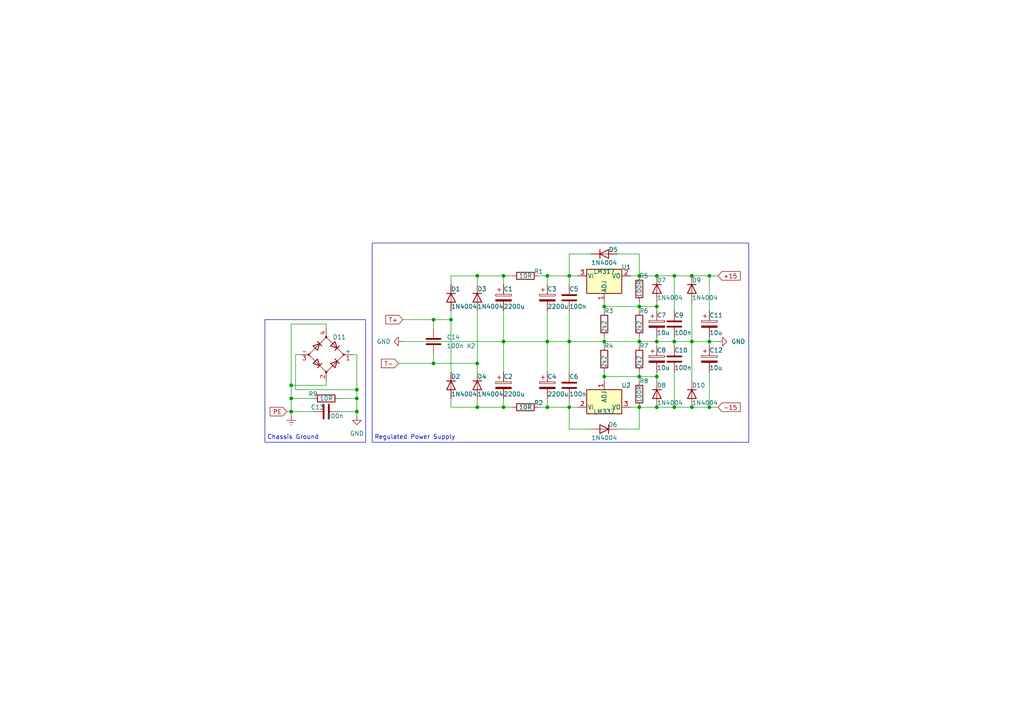
<source format=kicad_sch>
(kicad_sch (version 20230121) (generator eeschema)
  (paper "A4")
  (title_block (title "Regulated Power Supply") (date "2022-08-02") (rev "Rev 1") (company "Flavian Kaufmann"))
  (lib_symbols
    (symbol "Device:C" (pin_numbers hide) (pin_names (offset 0.254))
      (property "Reference" "C" (at 0.635 2.54 0))
      (property "Value" "C" (at 0.635 -2.54 0))
      (symbol "C_0_1"
        (polyline (pts (xy -2.032 -0.762) (xy 2.032 -0.762)) (stroke (width 0.508)))
        (polyline (pts (xy -2.032 0.762) (xy 2.032 0.762)) (stroke (width 0.508)))
      )
      (symbol "C_1_1"
        (pin passive line (at 0 3.81 270) (length 2.794) (name "~") (number "1"))
        (pin passive line (at 0 -3.81 90) (length 2.794) (name "~") (number "2"))
      )
    )
    (symbol "Device:C_Polarized" (pin_numbers hide) (pin_names (offset 0.254))
      (property "Reference" "C" (at 0.635 2.54 0))
      (property "Value" "C_Polarized" (at 0.635 -2.54 0))
      (symbol "C_Polarized_0_1"
        (rectangle (start -2.286 0.508) (end 2.286 1.016))
        (polyline (pts (xy -1.778 2.286) (xy -0.762 2.286)))
        (polyline (pts (xy -1.27 2.794) (xy -1.27 1.778)))
        (rectangle (start 2.286 -0.508) (end -2.286 -1.016) (fill (type outline)))
      )
      (symbol "C_Polarized_1_1"
        (pin passive line (at 0 3.81 270) (length 2.794) (name "~") (number "1"))
        (pin passive line (at 0 -3.81 90) (length 2.794) (name "~") (number "2"))
      )
    )
    (symbol "Device:D" (pin_numbers hide) (pin_names (offset 1.016) hide)
      (property "Reference" "D" (at 0 2.54 0))
      (property "Value" "D" (at 0 -2.54 0))
      (symbol "D_0_1"
        (polyline (pts (xy -1.27 1.27) (xy -1.27 -1.27)) (stroke (width 0.254)))
        (polyline (pts (xy 1.27 0) (xy -1.27 0)))
        (polyline (pts (xy 1.27 1.27) (xy 1.27 -1.27) (xy -1.27 0) (xy 1.27 1.27)) (stroke (width 0.254)))
      )
      (symbol "D_1_1"
        (pin passive line (at -3.81 0 0) (length 2.54) (name "K") (number "1"))
        (pin passive line (at 3.81 0 180) (length 2.54) (name "A") (number "2"))
      )
    )
    (symbol "Device:D_Bridge_+A-A" (pin_names (offset 0))
      (property "Reference" "D" (at 2.54 6.985 0))
      (property "Value" "D_Bridge_+A-A" (at 2.54 5.08 0))
      (symbol "D_Bridge_+A-A_0_1"
        (circle (center -5.08 0) (radius 0.254) (fill (type outline)))
        (circle (center 0 -5.08) (radius 0.254) (fill (type outline)))
        (polyline (pts (xy -2.54 3.81) (xy -1.27 2.54)) (stroke (width 0.254)))
        (polyline (pts (xy -1.27 -2.54) (xy -2.54 -3.81)) (stroke (width 0.254)))
        (polyline (pts (xy 2.54 -1.27) (xy 3.81 -2.54)) (stroke (width 0.254)))
        (polyline (pts (xy 2.54 1.27) (xy 3.81 2.54)) (stroke (width 0.254)))
        (polyline (pts (xy -3.81 2.54) (xy -2.54 1.27) (xy -1.905 3.175) (xy -3.81 2.54)) (stroke (width 0.254)))
        (polyline (pts (xy -2.54 -1.27) (xy -3.81 -2.54) (xy -1.905 -3.175) (xy -2.54 -1.27)) (stroke (width 0.254)))
        (polyline (pts (xy 1.27 2.54) (xy 2.54 3.81) (xy 3.175 1.905) (xy 1.27 2.54)) (stroke (width 0.254)))
        (polyline (pts (xy 3.175 -1.905) (xy 1.27 -2.54) (xy 2.54 -3.81) (xy 3.175 -1.905)) (stroke (width 0.254)))
        (polyline (pts (xy -5.08 0) (xy 0 -5.08) (xy 5.08 0) (xy 0 5.08) (xy -5.08 0)))
        (circle (center 0 5.08) (radius 0.254) (fill (type outline)))
        (circle (center 5.08 0) (radius 0.254) (fill (type outline)))
      )
      (symbol "D_Bridge_+A-A_1_1"
        (pin passive line (at 7.62 0 180) (length 2.54) (name "+") (number "1"))
        (pin passive line (at 0 -7.62 90) (length 2.54) (name "~") (number "2"))
        (pin passive line (at -7.62 0 0) (length 2.54) (name "-") (number "3"))
        (pin passive line (at 0 7.62 270) (length 2.54) (name "~") (number "4"))
      )
    )
    (symbol "Device:R" (pin_numbers hide) (pin_names (offset 0))
      (property "Reference" "R" (at 2.032 0 90))
      (property "Value" "R" (at 0 0 90))
      (symbol "R_0_1"
        (rectangle (start -1.016 -2.54) (end 1.016 2.54) (stroke (width 0.254)))
      )
      (symbol "R_1_1"
        (pin passive line (at 0 3.81 270) (length 1.27) (name "~") (number "1"))
        (pin passive line (at 0 -3.81 90) (length 1.27) (name "~") (number "2"))
      )
    )
    (symbol "Regulator_Linear:LM317_TO-220" (pin_names (offset 0.254))
      (property "Reference" "U" (at -3.81 3.175 0))
      (property "Value" "LM317_TO-220" (at 0 3.175 0))
      (symbol "LM317_TO-220_0_1"
        (rectangle (start -5.08 1.905) (end 5.08 -5.08) (stroke (width 0.254)) (fill (type background)))
      )
      (symbol "LM317_TO-220_1_1"
        (pin input line (at 0 -7.62 90) (length 2.54) (name "ADJ") (number "1"))
        (pin power_out line (at 7.62 0 180) (length 2.54) (name "VO") (number "2"))
        (pin power_in line (at -7.62 0 0) (length 2.54) (name "VI") (number "3"))
      )
    )
    (symbol "Regulator_Linear:LM337_TO220" (pin_names (offset 0.254))
      (property "Reference" "U" (at -3.81 -3.175 0))
      (property "Value" "LM337_TO220" (at 0 -3.175 0))
      (symbol "LM337_TO220_0_1"
        (rectangle (start -5.08 5.08) (end 5.08 -1.905) (stroke (width 0.254)) (fill (type background)))
      )
      (symbol "LM337_TO220_1_1"
        (pin input line (at 0 7.62 270) (length 2.54) (name "ADJ") (number "1"))
        (pin power_in line (at -7.62 0 0) (length 2.54) (name "VI") (number "2"))
        (pin power_out line (at 7.62 0 180) (length 2.54) (name "VO") (number "3"))
      )
    )
    (symbol "power:Earth" (power) (pin_names (offset 0))
      (symbol "Earth_0_1"
        (polyline (pts (xy -0.635 -1.905) (xy 0.635 -1.905)))
        (polyline (pts (xy -0.127 -2.54) (xy 0.127 -2.54)))
        (polyline (pts (xy 0 -1.27) (xy 0 0)))
        (polyline (pts (xy 1.27 -1.27) (xy -1.27 -1.27)))
      )
      (symbol "Earth_1_1"
        (pin power_in line (at 0 0 270) (length 0) hide (name "Earth") (number "1"))
      )
    )
    (symbol "power:GND" (power) (pin_names (offset 0))
      (property "Value" "GND" (at 0 -3.81 0))
      (symbol "GND_0_1"
        (polyline (pts (xy 0 0) (xy 0 -1.27) (xy 1.27 -1.27) (xy 0 -2.54) (xy -1.27 -1.27) (xy 0 -1.27)))
      )
      (symbol "GND_1_1"
        (pin power_in line (at 0 0 270) (length 0) hide (name "GND") (number "1"))
      )
    )
  )
  (junction (at 146.05 80.01))
  (junction (at 200.66 99.06))
  (junction (at 84.455 115.57))
  (junction (at 205.74 118.11))
  (junction (at 165.1 80.01))
  (junction (at 125.73 92.71))
  (junction (at 84.455 111.76))
  (junction (at 190.5 80.01))
  (junction (at 146.05 99.06))
  (junction (at 138.43 105.41))
  (junction (at 138.43 80.01))
  (junction (at 190.5 88.9))
  (junction (at 130.81 92.71))
  (junction (at 190.5 99.06))
  (junction (at 165.1 118.11))
  (junction (at 185.42 109.22))
  (junction (at 103.505 115.57))
  (junction (at 205.74 80.01))
  (junction (at 138.43 118.11))
  (junction (at 158.75 118.11))
  (junction (at 185.42 88.9))
  (junction (at 190.5 118.11))
  (junction (at 195.58 80.01))
  (junction (at 205.74 99.06))
  (junction (at 146.05 118.11))
  (junction (at 195.58 99.06))
  (junction (at 103.505 119.38))
  (junction (at 185.42 118.11))
  (junction (at 158.75 80.01))
  (junction (at 158.75 99.06))
  (junction (at 200.66 80.01))
  (junction (at 190.5 109.22))
  (junction (at 103.505 113.03))
  (junction (at 84.455 119.38))
  (junction (at 175.26 88.9))
  (junction (at 175.26 109.22))
  (junction (at 185.42 99.06))
  (junction (at 165.1 99.06))
  (junction (at 125.73 105.41))
  (junction (at 195.58 118.11))
  (junction (at 200.66 118.11))
  (junction (at 175.26 99.06))
  (junction (at 185.42 80.01))
  (wire (pts (xy 190.5 99.06) (xy 195.58 99.06)))
  (wire (pts (xy 182.88 80.01) (xy 185.42 80.01)))
  (wire (pts (xy 158.75 115.57) (xy 158.75 118.11)))
  (wire (pts (xy 195.58 97.79) (xy 195.58 99.06)))
  (wire (pts (xy 84.455 93.98) (xy 84.455 111.76)))
  (wire (pts (xy 146.05 90.17) (xy 146.05 99.06)))
  (wire (pts (xy 165.1 124.46) (xy 165.1 118.11)))
  (wire (pts (xy 205.74 99.06) (xy 208.28 99.06)))
  (wire (pts (xy 190.5 118.11) (xy 195.58 118.11)))
  (wire (pts (xy 190.5 99.06) (xy 190.5 100.33)))
  (wire (pts (xy 175.26 99.06) (xy 185.42 99.06)))
  (wire (pts (xy 190.5 109.22) (xy 190.5 110.49)))
  (wire (pts (xy 179.07 73.66) (xy 185.42 73.66)))
  (wire (pts (xy 116.84 92.71) (xy 125.73 92.71)))
  (wire (pts (xy 165.1 99.06) (xy 175.26 99.06)))
  (wire (pts (xy 165.1 73.66) (xy 165.1 80.01)))
  (wire (pts (xy 190.5 107.95) (xy 190.5 109.22)))
  (wire (pts (xy 125.73 92.71) (xy 130.81 92.71)))
  (wire (pts (xy 98.425 119.38) (xy 103.505 119.38)))
  (wire (pts (xy 146.05 80.01) (xy 146.05 82.55)))
  (wire (pts (xy 158.75 80.01) (xy 158.75 82.55)))
  (wire (pts (xy 115.57 105.41) (xy 125.73 105.41)))
  (wire (pts (xy 185.42 88.9) (xy 190.5 88.9)))
  (wire (pts (xy 86.995 102.87) (xy 85.725 102.87)))
  (wire (pts (xy 185.42 88.9) (xy 185.42 90.17)))
  (wire (pts (xy 175.26 97.79) (xy 175.26 99.06)))
  (wire (pts (xy 158.75 80.01) (xy 165.1 80.01)))
  (wire (pts (xy 85.725 113.03) (xy 103.505 113.03)))
  (wire (pts (xy 200.66 99.06) (xy 205.74 99.06)))
  (wire (pts (xy 175.26 88.9) (xy 185.42 88.9)))
  (wire (pts (xy 185.42 87.63) (xy 185.42 88.9)))
  (wire (pts (xy 130.81 115.57) (xy 130.81 118.11)))
  (wire (pts (xy 195.58 99.06) (xy 200.66 99.06)))
  (wire (pts (xy 138.43 80.01) (xy 130.81 80.01)))
  (wire (pts (xy 185.42 99.06) (xy 190.5 99.06)))
  (wire (pts (xy 138.43 118.11) (xy 146.05 118.11)))
  (wire (pts (xy 165.1 118.11) (xy 167.64 118.11)))
  (wire (pts (xy 103.505 119.38) (xy 103.505 120.65)))
  (wire (pts (xy 165.1 80.01) (xy 167.64 80.01)))
  (wire (pts (xy 90.805 119.38) (xy 84.455 119.38)))
  (wire (pts (xy 175.26 99.06) (xy 175.26 100.33)))
  (wire (pts (xy 175.26 109.22) (xy 185.42 109.22)))
  (wire (pts (xy 185.42 80.01) (xy 190.5 80.01)))
  (wire (pts (xy 185.42 73.66) (xy 185.42 80.01)))
  (wire (pts (xy 130.81 80.01) (xy 130.81 82.55)))
  (wire (pts (xy 156.21 118.11) (xy 158.75 118.11)))
  (wire (pts (xy 195.58 99.06) (xy 195.58 100.33)))
  (wire (pts (xy 190.5 88.9) (xy 190.5 87.63)))
  (wire (pts (xy 94.615 110.49) (xy 94.615 111.76)))
  (wire (pts (xy 205.74 99.06) (xy 205.74 100.33)))
  (wire (pts (xy 130.81 118.11) (xy 138.43 118.11)))
  (wire (pts (xy 200.66 80.01) (xy 205.74 80.01)))
  (wire (pts (xy 200.66 118.11) (xy 205.74 118.11)))
  (wire (pts (xy 94.615 95.25) (xy 94.615 93.98)))
  (wire (pts (xy 84.455 119.38) (xy 84.455 115.57)))
  (wire (pts (xy 83.185 119.38) (xy 84.455 119.38)))
  (wire (pts (xy 138.43 90.17) (xy 138.43 105.41)))
  (wire (pts (xy 190.5 97.79) (xy 190.5 99.06)))
  (wire (pts (xy 190.5 80.01) (xy 195.58 80.01)))
  (wire (pts (xy 165.1 99.06) (xy 165.1 107.95)))
  (wire (pts (xy 205.74 97.79) (xy 205.74 99.06)))
  (wire (pts (xy 125.73 92.71) (xy 125.73 95.25)))
  (wire (pts (xy 200.66 87.63) (xy 200.66 99.06)))
  (wire (pts (xy 165.1 118.11) (xy 165.1 115.57)))
  (wire (pts (xy 138.43 105.41) (xy 138.43 107.95)))
  (wire (pts (xy 195.58 118.11) (xy 200.66 118.11)))
  (wire (pts (xy 116.84 99.06) (xy 146.05 99.06)))
  (wire (pts (xy 175.26 88.9) (xy 175.26 90.17)))
  (wire (pts (xy 195.58 80.01) (xy 195.58 90.17)))
  (wire (pts (xy 84.455 115.57) (xy 84.455 111.76)))
  (wire (pts (xy 146.05 99.06) (xy 146.05 107.95)))
  (wire (pts (xy 98.425 115.57) (xy 103.505 115.57)))
  (wire (pts (xy 185.42 97.79) (xy 185.42 99.06)))
  (wire (pts (xy 125.73 105.41) (xy 138.43 105.41)))
  (wire (pts (xy 146.05 115.57) (xy 146.05 118.11)))
  (wire (pts (xy 185.42 109.22) (xy 185.42 110.49)))
  (wire (pts (xy 84.455 111.76) (xy 94.615 111.76)))
  (wire (pts (xy 125.73 102.87) (xy 125.73 105.41)))
  (wire (pts (xy 200.66 99.06) (xy 200.66 110.49)))
  (wire (pts (xy 148.59 80.01) (xy 146.05 80.01)))
  (wire (pts (xy 103.505 115.57) (xy 103.505 119.38)))
  (wire (pts (xy 175.26 109.22) (xy 175.26 110.49)))
  (wire (pts (xy 130.81 90.17) (xy 130.81 92.71)))
  (wire (pts (xy 156.21 80.01) (xy 158.75 80.01)))
  (wire (pts (xy 205.74 107.95) (xy 205.74 118.11)))
  (wire (pts (xy 138.43 115.57) (xy 138.43 118.11)))
  (wire (pts (xy 146.05 99.06) (xy 158.75 99.06)))
  (wire (pts (xy 138.43 80.01) (xy 138.43 82.55)))
  (wire (pts (xy 165.1 90.17) (xy 165.1 99.06)))
  (wire (pts (xy 171.45 73.66) (xy 165.1 73.66)))
  (wire (pts (xy 84.455 119.38) (xy 84.455 120.65)))
  (wire (pts (xy 90.805 115.57) (xy 84.455 115.57)))
  (wire (pts (xy 158.75 90.17) (xy 158.75 99.06)))
  (wire (pts (xy 171.45 124.46) (xy 165.1 124.46)))
  (wire (pts (xy 146.05 80.01) (xy 138.43 80.01)))
  (wire (pts (xy 84.455 93.98) (xy 94.615 93.98)))
  (wire (pts (xy 158.75 99.06) (xy 165.1 99.06)))
  (wire (pts (xy 185.42 124.46) (xy 179.07 124.46)))
  (wire (pts (xy 185.42 118.11) (xy 190.5 118.11)))
  (wire (pts (xy 190.5 88.9) (xy 190.5 90.17)))
  (wire (pts (xy 158.75 99.06) (xy 158.75 107.95)))
  (wire (pts (xy 158.75 118.11) (xy 165.1 118.11)))
  (wire (pts (xy 146.05 118.11) (xy 148.59 118.11)))
  (wire (pts (xy 165.1 80.01) (xy 165.1 82.55)))
  (wire (pts (xy 185.42 118.11) (xy 185.42 124.46)))
  (wire (pts (xy 205.74 80.01) (xy 205.74 90.17)))
  (wire (pts (xy 185.42 107.95) (xy 185.42 109.22)))
  (wire (pts (xy 102.235 102.87) (xy 103.505 102.87)))
  (wire (pts (xy 195.58 107.95) (xy 195.58 118.11)))
  (wire (pts (xy 205.74 80.01) (xy 208.28 80.01)))
  (wire (pts (xy 175.26 107.95) (xy 175.26 109.22)))
  (wire (pts (xy 175.26 87.63) (xy 175.26 88.9)))
  (wire (pts (xy 103.505 115.57) (xy 103.505 113.03)))
  (wire (pts (xy 103.505 102.87) (xy 103.505 113.03)))
  (wire (pts (xy 185.42 109.22) (xy 190.5 109.22)))
  (wire (pts (xy 85.725 102.87) (xy 85.725 113.03)))
  (wire (pts (xy 130.81 92.71) (xy 130.81 107.95)))
  (wire (pts (xy 185.42 99.06) (xy 185.42 100.33)))
  (wire (pts (xy 182.88 118.11) (xy 185.42 118.11)))
  (wire (pts (xy 195.58 80.01) (xy 200.66 80.01)))
  (wire (pts (xy 205.74 118.11) (xy 208.28 118.11)))
  (rectangle (start 107.95 70.485) (end 217.17 128.27))
  (rectangle (start 76.835 92.71) (end 106.045 128.27))
  (text "Regulated Power Supply" (at 108.585 127.635 0) (effects (font (size 1.27 1.27)) (justify left bottom)))
  (text "Chassis Ground" (at 77.47 127.635 0) (effects (font (size 1.27 1.27)) (justify left bottom)))
  (global_label "PE" (shape input) (at 83.185 119.38 180) (property "Intersheetrefs" "${INTERSHEET_REFS}" (effects hide)))
  (global_label "+15" (shape input) (at 208.28 80.01 0) (property "Intersheetrefs" "${INTERSHEET_REFS}" (effects hide)))
  (global_label "-15" (shape input) (at 208.28 118.11 0) (property "Intersheetrefs" "${INTERSHEET_REFS}" (effects hide)))
  (global_label "T-" (shape input) (at 115.57 105.41 180) (property "Intersheetrefs" "${INTERSHEET_REFS}" (effects hide)))
  (global_label "T+" (shape input) (at 116.84 92.71 180) (property "Intersheetrefs" "${INTERSHEET_REFS}" (effects hide)))
  (symbol (lib_id "Device:C_Polarized") (at 146.05 111.76 0) (unit 1)
    (property "Reference" "C2" (at 146.05 109.22 0) (effects (justify left)))
    (property "Value" "2200u" (at 146.05 114.3 0) (effects (justify left)))
    (property "Footprint" "Capacitor_THT:CP_Radial_D18.0mm_P7.50mm" (effects hide))
  )
  (symbol (lib_id "Device:D_Bridge_+A-A") (at 94.615 102.87 0) (unit 1) (on_board no)
    (property "Reference" "D11" (at 98.425 97.79 0))
    (property "Value" "D_Bridge_+A-A" (effects hide))
  )
  (symbol (lib_id "Device:D") (at 200.66 83.82 270) (unit 1)
    (property "Reference" "D9" (at 200.66 81.28 90) (effects (justify left)))
    (property "Value" "1N4004" (at 200.66 86.36 90) (effects (justify left)))
    (property "Footprint" "Diode_THT:D_DO-41_SOD81_P7.62mm_Horizontal" (effects hide))
  )
  (symbol (lib_id "Device:D") (at 130.81 111.76 270) (unit 1)
    (property "Reference" "D2" (at 130.81 109.22 90) (effects (justify left)))
    (property "Value" "1N4004" (at 130.81 114.3 90) (effects (justify left)))
    (property "Footprint" "Diode_THT:D_DO-41_SOD81_P7.62mm_Horizontal" (effects hide))
  )
  (symbol (lib_id "Device:R") (at 175.26 93.98 0) (unit 1)
    (property "Reference" "R3" (at 175.26 90.17 0) (effects (justify left)))
    (property "Value" "2k2" (at 175.26 96.52 90) (effects (justify left)))
    (property "Footprint" "Resistor_THT:R_Axial_DIN0207_L6.3mm_D2.5mm_P7.62mm_Horizontal" (effects hide))
  )
  (symbol (lib_id "Device:C_Polarized") (at 205.74 104.14 0) (unit 1)
    (property "Reference" "C12" (at 205.74 101.6 0) (effects (justify left)))
    (property "Value" "10u" (at 205.74 106.68 0) (effects (justify left)))
    (property "Footprint" "Capacitor_THT:CP_Radial_D5.0mm_P2.00mm" (effects hide))
  )
  (symbol (lib_id "Device:C_Polarized") (at 190.5 93.98 0) (unit 1)
    (property "Reference" "C7" (at 190.5 91.44 0) (effects (justify left)))
    (property "Value" "10u" (at 190.5 96.52 0) (effects (justify left)))
    (property "Footprint" "Capacitor_THT:CP_Radial_D5.0mm_P2.00mm" (effects hide))
  )
  (symbol (lib_id "Device:C_Polarized") (at 205.74 93.98 0) (unit 1)
    (property "Reference" "C11" (at 205.74 91.44 0) (effects (justify left)))
    (property "Value" "10u" (at 205.74 96.52 0) (effects (justify left)))
    (property "Footprint" "Capacitor_THT:CP_Radial_D5.0mm_P2.00mm" (effects hide))
  )
  (symbol (lib_id "Device:D") (at 190.5 114.3 270) (unit 1)
    (property "Reference" "D8" (at 190.5 111.76 90) (effects (justify left)))
    (property "Value" "1N4004" (at 190.5 116.84 90) (effects (justify left)))
    (property "Footprint" "Diode_THT:D_DO-41_SOD81_P7.62mm_Horizontal" (effects hide))
  )
  (symbol (lib_id "Device:C") (at 195.58 104.14 0) (unit 1)
    (property "Reference" "C10" (at 195.58 101.6 0) (effects (justify left)))
    (property "Value" "100n" (at 195.58 106.68 0) (effects (justify left)))
    (property "Footprint" "Capacitor_THT:C_Rect_L4.0mm_W2.5mm_P2.50mm" (effects hide))
  )
  (symbol (lib_id "Device:R") (at 185.42 104.14 0) (unit 1)
    (property "Reference" "R7" (at 185.42 100.33 0) (effects (justify left)))
    (property "Value" "2k2" (at 185.42 106.68 90) (effects (justify left)))
    (property "Footprint" "Resistor_THT:R_Axial_DIN0207_L6.3mm_D2.5mm_P7.62mm_Horizontal" (effects hide))
  )
  (symbol (lib_id "Device:C") (at 195.58 93.98 0) (unit 1)
    (property "Reference" "C9" (at 195.58 91.44 0) (effects (justify left)))
    (property "Value" "100n" (at 195.58 96.52 0) (effects (justify left)))
    (property "Footprint" "Capacitor_THT:C_Rect_L4.0mm_W2.5mm_P2.50mm" (effects hide))
  )
  (symbol (lib_id "Device:R") (at 152.4 80.01 90) (unit 1)
    (property "Reference" "R1" (at 156.21 78.74 90))
    (property "Value" "10R" (at 152.4 80.01 90))
    (property "Footprint" "Resistor_THT:R_Axial_DIN0414_L11.9mm_D4.5mm_P15.24mm_Horizontal" (effects hide))
  )
  (symbol (lib_id "Device:C_Polarized") (at 158.75 111.76 0) (unit 1)
    (property "Reference" "C4" (at 158.75 109.22 0) (effects (justify left)))
    (property "Value" "2200u" (at 158.75 114.3 0) (effects (justify left)))
    (property "Footprint" "Capacitor_THT:CP_Radial_D18.0mm_P7.50mm" (effects hide))
  )
  (symbol (lib_id "power:Earth") (at 84.455 120.65 0) (unit 1)
    (property "Reference" "#PWR01" (effects hide))
    (property "Value" "Earth" (effects hide))
  )
  (symbol (lib_id "Device:D") (at 130.81 86.36 270) (unit 1)
    (property "Reference" "D1" (at 130.81 83.82 90) (effects (justify left)))
    (property "Value" "1N4004" (at 130.81 88.9 90) (effects (justify left)))
    (property "Footprint" "Diode_THT:D_DO-41_SOD81_P7.62mm_Horizontal" (effects hide))
  )
  (symbol (lib_id "Device:D") (at 190.5 83.82 270) (unit 1)
    (property "Reference" "D7" (at 190.5 81.28 90) (effects (justify left)))
    (property "Value" "1N4004" (at 190.5 86.36 90) (effects (justify left)))
    (property "Footprint" "Diode_THT:D_DO-41_SOD81_P7.62mm_Horizontal" (effects hide))
  )
  (symbol (lib_id "Device:D") (at 175.26 124.46 180) (unit 1)
    (property "Reference" "D6" (at 179.07 123.19 0) (effects (justify left)))
    (property "Value" "1N4004" (at 179.07 127 0) (effects (justify left)))
    (property "Footprint" "Diode_THT:D_DO-41_SOD81_P7.62mm_Horizontal" (effects hide))
  )
  (symbol (lib_id "Regulator_Linear:LM317_TO-220") (at 175.26 80.01 0) (unit 1)
    (property "Reference" "U1" (at 181.61 77.47 0))
    (property "Value" "LM317" (at 175.26 78.74 0))
    (property "Footprint" "Package_TO_SOT_THT:TO-220-3_Vertical" (effects hide))
    (property "Datasheet" "http://www.ti.com/lit/ds/symlink/lm317.pdf" (effects hide))
  )
  (symbol (lib_id "Device:R") (at 185.42 114.3 0) (unit 1)
    (property "Reference" "R8" (at 185.42 110.49 0) (effects (justify left)))
    (property "Value" "100R" (at 185.42 116.84 90) (effects (justify left)))
    (property "Footprint" "Resistor_THT:R_Axial_DIN0207_L6.3mm_D2.5mm_P7.62mm_Horizontal" (effects hide))
  )
  (symbol (lib_id "Regulator_Linear:LM337_TO220") (at 175.26 118.11 0) (unit 1)
    (property "Reference" "U2" (at 181.61 111.76 0))
    (property "Value" "LM337" (at 175.26 119.38 0))
    (property "Footprint" "Package_TO_SOT_THT:TO-220-3_Vertical" (effects hide))
    (property "Datasheet" "http://www.ti.com/lit/ds/symlink/lm337-n.pdf" (effects hide))
  )
  (symbol (lib_id "Device:R") (at 94.615 115.57 90) (unit 1) (on_board no)
    (property "Reference" "R9" (at 90.805 114.3 90))
    (property "Value" "10R" (at 94.615 115.57 90))
    (property "Footprint" "Resistor_THT:R_Axial_DIN0918_L18.0mm_D9.0mm_P22.86mm_Horizontal" (effects hide))
  )
  (symbol (lib_id "Device:R") (at 185.42 83.82 0) (unit 1)
    (property "Reference" "R5" (at 185.42 80.01 0) (effects (justify left)))
    (property "Value" "100R" (at 185.42 86.36 90) (effects (justify left)))
    (property "Footprint" "Resistor_THT:R_Axial_DIN0207_L6.3mm_D2.5mm_P7.62mm_Horizontal" (effects hide))
  )
  (symbol (lib_id "Device:R") (at 152.4 118.11 90) (unit 1)
    (property "Reference" "R2" (at 156.21 116.84 90))
    (property "Value" "10R" (at 152.4 118.11 90))
    (property "Footprint" "Resistor_THT:R_Axial_DIN0414_L11.9mm_D4.5mm_P15.24mm_Horizontal" (effects hide))
  )
  (symbol (lib_id "Device:R") (at 175.26 104.14 0) (unit 1)
    (property "Reference" "R4" (at 175.26 100.33 0) (effects (justify left)))
    (property "Value" "2k2" (at 175.26 106.68 90) (effects (justify left)))
    (property "Footprint" "Resistor_THT:R_Axial_DIN0207_L6.3mm_D2.5mm_P7.62mm_Horizontal" (effects hide))
  )
  (symbol (lib_id "power:GND") (at 116.84 99.06 270) (unit 1)
    (property "Reference" "#PWR02" (effects hide))
    (property "Value" "GND" (at 109.22 99.06 90) (effects (justify left)))
  )
  (symbol (lib_id "Device:C_Polarized") (at 190.5 104.14 0) (unit 1)
    (property "Reference" "C8" (at 190.5 101.6 0) (effects (justify left)))
    (property "Value" "10u" (at 190.5 106.68 0) (effects (justify left)))
    (property "Footprint" "Capacitor_THT:CP_Radial_D5.0mm_P2.00mm" (effects hide))
  )
  (symbol (lib_id "Device:C_Polarized") (at 146.05 86.36 0) (unit 1)
    (property "Reference" "C1" (at 146.05 83.82 0) (effects (justify left)))
    (property "Value" "2200u" (at 146.05 88.9 0) (effects (justify left)))
    (property "Footprint" "Capacitor_THT:CP_Radial_D18.0mm_P7.50mm" (effects hide))
  )
  (symbol (lib_id "Device:D") (at 200.66 114.3 270) (unit 1)
    (property "Reference" "D10" (at 200.66 111.76 90) (effects (justify left)))
    (property "Value" "1N4004" (at 200.66 116.84 90) (effects (justify left)))
    (property "Footprint" "Diode_THT:D_DO-41_SOD81_P7.62mm_Horizontal" (effects hide))
  )
  (symbol (lib_id "Device:C") (at 125.73 99.06 0) (unit 1)
    (property "Reference" "C14" (at 129.54 97.7899 0) (effects (justify left)))
    (property "Value" "100n X2" (at 129.54 100.3299 0) (effects (justify left)))
    (property "Footprint" "Capacitor_THT:C_Rect_L13.0mm_W8.0mm_P10.00mm_FKS3_FKP3_MKS4" (effects hide))
  )
  (symbol (lib_id "Device:C") (at 165.1 111.76 0) (unit 1)
    (property "Reference" "C6" (at 165.1 109.22 0) (effects (justify left)))
    (property "Value" "100n" (at 165.1 114.3 0) (effects (justify left)))
    (property "Footprint" "Capacitor_THT:C_Rect_L4.0mm_W2.5mm_P2.50mm" (effects hide))
  )
  (symbol (lib_id "Device:D") (at 138.43 86.36 270) (unit 1)
    (property "Reference" "D3" (at 138.43 83.82 90) (effects (justify left)))
    (property "Value" "1N4004" (at 138.43 88.9 90) (effects (justify left)))
    (property "Footprint" "Diode_THT:D_DO-41_SOD81_P7.62mm_Horizontal" (effects hide))
  )
  (symbol (lib_id "power:GND") (at 208.28 99.06 90) (unit 1)
    (property "Reference" "#PWR04" (effects hide))
    (property "Value" "GND" (at 212.09 99.0599 90) (effects (justify right)))
  )
  (symbol (lib_id "Device:C") (at 94.615 119.38 90) (unit 1) (on_board no)
    (property "Reference" "C13" (at 92.075 118.11 90))
    (property "Value" "100n" (at 97.155 120.65 90))
    (property "Footprint" "Capacitor_THT:C_Rect_L7.0mm_W2.5mm_P5.00mm" (effects hide))
  )
  (symbol (lib_id "Device:C") (at 165.1 86.36 0) (unit 1)
    (property "Reference" "C5" (at 165.1 83.82 0) (effects (justify left)))
    (property "Value" "100n" (at 165.1 88.9 0) (effects (justify left)))
    (property "Footprint" "Capacitor_THT:C_Rect_L4.0mm_W2.5mm_P2.50mm" (effects hide))
  )
  (symbol (lib_id "power:GND") (at 103.505 120.65 0) (unit 1)
    (property "Reference" "#PWR03" (effects hide))
    (property "Value" "GND" (at 103.505 125.73 0))
  )
  (symbol (lib_id "Device:R") (at 185.42 93.98 0) (unit 1)
    (property "Reference" "R6" (at 185.42 90.17 0) (effects (justify left)))
    (property "Value" "2k2" (at 185.42 96.52 90) (effects (justify left)))
    (property "Footprint" "Resistor_THT:R_Axial_DIN0207_L6.3mm_D2.5mm_P7.62mm_Horizontal" (effects hide))
  )
  (symbol (lib_id "Device:D") (at 138.43 111.76 270) (unit 1)
    (property "Reference" "D4" (at 138.43 109.22 90) (effects (justify left)))
    (property "Value" "1N4004" (at 138.43 114.3 90) (effects (justify left)))
    (property "Footprint" "Diode_THT:D_DO-41_SOD81_P7.62mm_Horizontal" (effects hide))
  )
  (symbol (lib_id "Device:D") (at 175.26 73.66 0) (unit 1)
    (property "Reference" "D5" (at 176.53 72.39 0) (effects (justify left)))
    (property "Value" "1N4004" (at 171.45 76.2 0) (effects (justify left)))
    (property "Footprint" "Diode_THT:D_DO-41_SOD81_P7.62mm_Horizontal" (effects hide))
  )
  (symbol (lib_id "Device:C_Polarized") (at 158.75 86.36 0) (unit 1)
    (property "Reference" "C3" (at 158.75 83.82 0) (effects (justify left)))
    (property "Value" "2200u" (at 158.75 88.9 0) (effects (justify left)))
    (property "Footprint" "Capacitor_THT:CP_Radial_D18.0mm_P7.50mm" (effects hide))
  )
)
</source>
